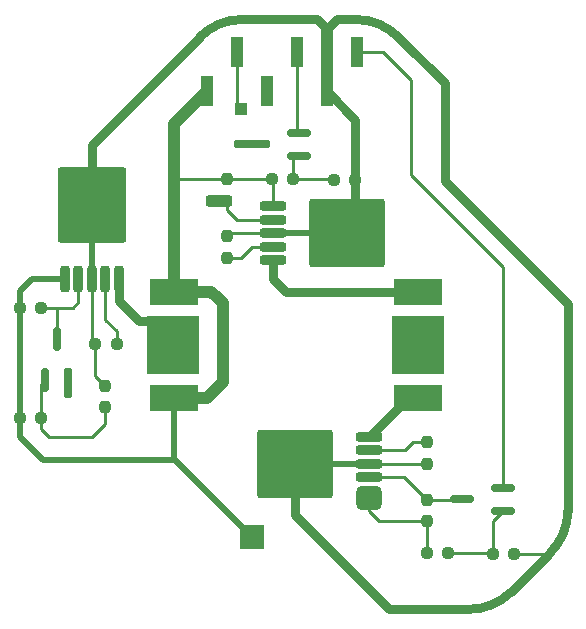
<source format=gbr>
%TF.GenerationSoftware,KiCad,Pcbnew,9.0.2*%
%TF.CreationDate,2025-11-10T02:45:49+09:00*%
%TF.ProjectId,Pmod_PLED,506d6f64-5f50-44c4-9544-2e6b69636164,rev?*%
%TF.SameCoordinates,Original*%
%TF.FileFunction,Copper,L1,Top*%
%TF.FilePolarity,Positive*%
%FSLAX46Y46*%
G04 Gerber Fmt 4.6, Leading zero omitted, Abs format (unit mm)*
G04 Created by KiCad (PCBNEW 9.0.2) date 2025-11-10 02:45:49*
%MOMM*%
%LPD*%
G01*
G04 APERTURE LIST*
G04 Aperture macros list*
%AMRoundRect*
0 Rectangle with rounded corners*
0 $1 Rounding radius*
0 $2 $3 $4 $5 $6 $7 $8 $9 X,Y pos of 4 corners*
0 Add a 4 corners polygon primitive as box body*
4,1,4,$2,$3,$4,$5,$6,$7,$8,$9,$2,$3,0*
0 Add four circle primitives for the rounded corners*
1,1,$1+$1,$2,$3*
1,1,$1+$1,$4,$5*
1,1,$1+$1,$6,$7*
1,1,$1+$1,$8,$9*
0 Add four rect primitives between the rounded corners*
20,1,$1+$1,$2,$3,$4,$5,0*
20,1,$1+$1,$4,$5,$6,$7,0*
20,1,$1+$1,$6,$7,$8,$9,0*
20,1,$1+$1,$8,$9,$2,$3,0*%
%AMFreePoly0*
4,1,5,2.000000,-1.100000,-2.000000,-1.100000,-2.000000,1.100000,2.000000,1.100000,2.000000,-1.100000,2.000000,-1.100000,$1*%
%AMFreePoly1*
4,1,5,2.200000,-2.420000,-2.200000,-2.420000,-2.200000,2.420000,2.200000,2.420000,2.200000,-2.420000,2.200000,-2.420000,$1*%
G04 Aperture macros list end*
%TA.AperFunction,SMDPad,CuDef*%
%ADD10RoundRect,0.200000X0.900000X0.200000X-0.900000X0.200000X-0.900000X-0.200000X0.900000X-0.200000X0*%
%TD*%
%TA.AperFunction,SMDPad,CuDef*%
%ADD11RoundRect,0.249997X2.950003X2.650003X-2.950003X2.650003X-2.950003X-2.650003X2.950003X-2.650003X0*%
%TD*%
%TA.AperFunction,SMDPad,CuDef*%
%ADD12RoundRect,0.514250X0.585750X0.514250X-0.585750X0.514250X-0.585750X-0.514250X0.585750X-0.514250X0*%
%TD*%
%TA.AperFunction,SMDPad,CuDef*%
%ADD13R,2.000000X2.000000*%
%TD*%
%TA.AperFunction,SMDPad,CuDef*%
%ADD14R,1.000000X2.510000*%
%TD*%
%TA.AperFunction,SMDPad,CuDef*%
%ADD15R,1.008000X2.521000*%
%TD*%
%TA.AperFunction,SMDPad,CuDef*%
%ADD16R,1.016000X2.540000*%
%TD*%
%TA.AperFunction,SMDPad,CuDef*%
%ADD17RoundRect,0.162500X0.162500X-0.837500X0.162500X0.837500X-0.162500X0.837500X-0.162500X-0.837500X0*%
%TD*%
%TA.AperFunction,SMDPad,CuDef*%
%ADD18RoundRect,0.162500X0.162500X-1.133500X0.162500X1.133500X-0.162500X1.133500X-0.162500X-1.133500X0*%
%TD*%
%TA.AperFunction,SMDPad,CuDef*%
%ADD19R,1.000000X1.000000*%
%TD*%
%TA.AperFunction,SMDPad,CuDef*%
%ADD20RoundRect,0.237500X0.250000X0.237500X-0.250000X0.237500X-0.250000X-0.237500X0.250000X-0.237500X0*%
%TD*%
%TA.AperFunction,SMDPad,CuDef*%
%ADD21RoundRect,0.237500X0.237500X-0.250000X0.237500X0.250000X-0.237500X0.250000X-0.237500X-0.250000X0*%
%TD*%
%TA.AperFunction,SMDPad,CuDef*%
%ADD22RoundRect,0.243750X-0.882750X0.243750X-0.882750X-0.243750X0.882750X-0.243750X0.882750X0.243750X0*%
%TD*%
%TA.AperFunction,SMDPad,CuDef*%
%ADD23RoundRect,0.237500X-0.237500X0.250000X-0.237500X-0.250000X0.237500X-0.250000X0.237500X0.250000X0*%
%TD*%
%TA.AperFunction,SMDPad,CuDef*%
%ADD24RoundRect,0.162500X1.387500X0.162500X-1.387500X0.162500X-1.387500X-0.162500X1.387500X-0.162500X0*%
%TD*%
%TA.AperFunction,SMDPad,CuDef*%
%ADD25RoundRect,0.162500X0.837500X0.162500X-0.837500X0.162500X-0.837500X-0.162500X0.837500X-0.162500X0*%
%TD*%
%TA.AperFunction,SMDPad,CuDef*%
%ADD26RoundRect,0.200000X0.200000X-0.900000X0.200000X0.900000X-0.200000X0.900000X-0.200000X-0.900000X0*%
%TD*%
%TA.AperFunction,SMDPad,CuDef*%
%ADD27RoundRect,0.249997X2.650003X-2.950003X2.650003X2.950003X-2.650003X2.950003X-2.650003X-2.950003X0*%
%TD*%
%TA.AperFunction,SMDPad,CuDef*%
%ADD28RoundRect,0.200000X-0.900000X-0.200000X0.900000X-0.200000X0.900000X0.200000X-0.900000X0.200000X0*%
%TD*%
%TA.AperFunction,SMDPad,CuDef*%
%ADD29RoundRect,0.249997X-2.950003X-2.650003X2.950003X-2.650003X2.950003X2.650003X-2.950003X2.650003X0*%
%TD*%
%TA.AperFunction,SMDPad,CuDef*%
%ADD30RoundRect,0.237500X-0.250000X-0.237500X0.250000X-0.237500X0.250000X0.237500X-0.250000X0.237500X0*%
%TD*%
%TA.AperFunction,SMDPad,CuDef*%
%ADD31FreePoly0,180.000000*%
%TD*%
%TA.AperFunction,SMDPad,CuDef*%
%ADD32FreePoly1,180.000000*%
%TD*%
%TA.AperFunction,Conductor*%
%ADD33C,0.800000*%
%TD*%
%TA.AperFunction,Conductor*%
%ADD34C,0.500000*%
%TD*%
%TA.AperFunction,Conductor*%
%ADD35C,0.250000*%
%TD*%
%TA.AperFunction,Conductor*%
%ADD36C,1.000000*%
%TD*%
G04 APERTURE END LIST*
D10*
%TO.P,U3,5,LED*%
%TO.N,/Cathode_B*%
X148092800Y-96957800D03*
%TO.P,U3,4,Rs*%
%TO.N,Net-(U3-Rs)*%
X148092800Y-98097800D03*
D11*
%TO.P,U3,3,GND*%
%TO.N,GND*%
X141792800Y-99237800D03*
D10*
X148092800Y-99237800D03*
%TO.P,U3,2,EN/PWM*%
%TO.N,Net-(Q2-D)*%
X148092800Y-100377800D03*
D12*
%TO.P,U3,1,VDD*%
%TO.N,/5V*%
X148092800Y-102146300D03*
%TD*%
D13*
%TO.P,REF\u002A\u002A,1*%
%TO.N,/5V*%
X138201400Y-105435400D03*
%TD*%
D14*
%TO.P,J2,6,Pin_6*%
%TO.N,/EN_B*%
X147040600Y-64381000D03*
D15*
%TO.P,J2,5,Pin_5*%
%TO.N,GND*%
X144496600Y-67696500D03*
D14*
%TO.P,J2,4,Pin_4*%
%TO.N,/EN_G*%
X141960600Y-64381000D03*
%TO.P,J2,3,Pin_3*%
%TO.N,unconnected-(J2-Pin_3-Pad3)*%
X139420600Y-67691000D03*
D16*
%TO.P,J2,2,Pin_2*%
%TO.N,/EN_R*%
X136880600Y-64385000D03*
D14*
%TO.P,J2,1,Pin_1*%
%TO.N,/5V*%
X134340600Y-67691000D03*
%TD*%
D17*
%TO.P,Q4,1,G*%
%TO.N,Net-(Q4-G)*%
X120690600Y-92134000D03*
D18*
%TO.P,Q4,2,S*%
%TO.N,/EN_R*%
X122590600Y-92430000D03*
D17*
%TO.P,Q4,3,D*%
%TO.N,Net-(Q4-D)*%
X121640600Y-88714000D03*
%TD*%
D19*
%TO.P,REF\u002A\u002A,1*%
%TO.N,/EN_R*%
X137261600Y-69189600D03*
%TD*%
D20*
%TO.P,R7,1*%
%TO.N,Net-(Q4-G)*%
X120343300Y-95351600D03*
%TO.P,R7,2*%
%TO.N,/5V*%
X118518300Y-95351600D03*
%TD*%
D21*
%TO.P,R3,2*%
%TO.N,Net-(U3-Rs)*%
X152984200Y-97409000D03*
%TO.P,R3,1*%
%TO.N,GND*%
X152984200Y-99234000D03*
%TD*%
%TO.P,R6,2*%
%TO.N,Net-(Q2-D)*%
X152958800Y-102262300D03*
%TO.P,R6,1*%
%TO.N,/5V*%
X152958800Y-104087300D03*
%TD*%
D22*
%TO.P,R5,2*%
%TO.N,Net-(Q1-D)*%
X135416300Y-76985500D03*
D23*
%TO.P,R5,1*%
%TO.N,/5V*%
X136067800Y-75160500D03*
%TD*%
D24*
%TO.P,Q1,3,D*%
%TO.N,Net-(Q1-D)*%
X138151200Y-72186800D03*
D25*
%TO.P,Q1,2,S*%
%TO.N,/EN_G*%
X142121200Y-71236800D03*
%TO.P,Q1,1,G*%
%TO.N,Net-(Q1-G)*%
X142121200Y-73136800D03*
%TD*%
D26*
%TO.P,U1,5,LED*%
%TO.N,/Cathode_R*%
X126892400Y-83616800D03*
%TO.P,U1,4,Rs*%
%TO.N,Net-(U1-Rs)*%
X125752400Y-83616800D03*
D27*
%TO.P,U1,3,GND*%
%TO.N,GND*%
X124612400Y-77316800D03*
D26*
X124612400Y-83616800D03*
%TO.P,U1,2,EN/PWM*%
%TO.N,Net-(Q4-D)*%
X123472400Y-83616800D03*
%TO.P,U1,1,VDD*%
%TO.N,/5V*%
X122332400Y-83616800D03*
%TD*%
D28*
%TO.P,U2,5,LED*%
%TO.N,/Cathode_G*%
X139951800Y-82011600D03*
%TO.P,U2,4,Rs*%
%TO.N,Net-(U2-Rs)*%
X139951800Y-80871600D03*
D29*
%TO.P,U2,3,GND*%
%TO.N,GND*%
X146251800Y-79731600D03*
D28*
X139951800Y-79731600D03*
%TO.P,U2,2,EN/PWM*%
%TO.N,Net-(Q1-D)*%
X139951800Y-78591600D03*
%TO.P,U2,1,VDD*%
%TO.N,/5V*%
X139951800Y-77451600D03*
%TD*%
D20*
%TO.P,R11,2*%
%TO.N,Net-(Q1-G)*%
X145112100Y-75184000D03*
%TO.P,R11,1*%
%TO.N,GND*%
X146937100Y-75184000D03*
%TD*%
%TO.P,R10,2*%
%TO.N,/5V*%
X139854300Y-75158600D03*
%TO.P,R10,1*%
%TO.N,Net-(Q1-G)*%
X141679300Y-75158600D03*
%TD*%
D23*
%TO.P,R8,2*%
%TO.N,Net-(Q4-G)*%
X125704600Y-94460700D03*
%TO.P,R8,1*%
%TO.N,GND*%
X125704600Y-92635700D03*
%TD*%
D30*
%TO.P,R4,2*%
%TO.N,Net-(Q4-D)*%
X120343300Y-86029800D03*
%TO.P,R4,1*%
%TO.N,/5V*%
X118518300Y-86029800D03*
%TD*%
D20*
%TO.P,R15,1*%
%TO.N,GND*%
X160373700Y-106883200D03*
%TO.P,R15,2*%
%TO.N,Net-(Q2-G)*%
X158548700Y-106883200D03*
%TD*%
D25*
%TO.P,Q2,1,G*%
%TO.N,Net-(Q2-G)*%
X159418600Y-103204500D03*
%TO.P,Q2,2,S*%
%TO.N,/EN_B*%
X159418600Y-101304500D03*
%TO.P,Q2,3,D*%
%TO.N,Net-(Q2-D)*%
X155998600Y-102254500D03*
%TD*%
D23*
%TO.P,R1,1*%
%TO.N,GND*%
X136093200Y-79961100D03*
%TO.P,R1,2*%
%TO.N,Net-(U2-Rs)*%
X136093200Y-81786100D03*
%TD*%
D30*
%TO.P,R2,1*%
%TO.N,GND*%
X124893700Y-89128600D03*
%TO.P,R2,2*%
%TO.N,Net-(U1-Rs)*%
X126718700Y-89128600D03*
%TD*%
D20*
%TO.P,R14,1*%
%TO.N,Net-(Q2-G)*%
X154785700Y-106832400D03*
%TO.P,R14,2*%
%TO.N,/5V*%
X152960700Y-106832400D03*
%TD*%
D31*
%TO.P,D1,1,GK*%
%TO.N,/Cathode_B*%
X152259000Y-93654000D03*
D32*
%TO.P,D1,2,RK*%
%TO.N,/Cathode_R*%
X152259000Y-89154000D03*
D31*
%TO.P,D1,3,BK*%
%TO.N,/Cathode_G*%
X152259000Y-84654000D03*
%TO.P,D1,4,RA*%
%TO.N,/5V*%
X131559000Y-84654000D03*
D32*
%TO.P,D1,5,RK*%
%TO.N,/Cathode_R*%
X131459000Y-89154000D03*
D31*
%TO.P,D1,6,A*%
%TO.N,/5V*%
X131559000Y-93654000D03*
%TD*%
D33*
%TO.N,GND*%
X149809200Y-111556800D02*
X141792800Y-103540400D01*
X156577332Y-111556800D02*
X149809200Y-111556800D01*
X141792800Y-103540400D02*
X141792800Y-99237800D01*
X163271200Y-106934000D02*
X160112866Y-110092334D01*
X160112866Y-110092334D02*
G75*
G02*
X156577332Y-111556823I-3535566J3535534D01*
G01*
D34*
X146939000Y-70138900D02*
X146937100Y-70140800D01*
D33*
X146937100Y-70140800D02*
X146937100Y-75184000D01*
X144496600Y-67696500D02*
X146939000Y-70138900D01*
D35*
%TO.N,/EN_B*%
X151638000Y-74777600D02*
X159418600Y-82558200D01*
X151638000Y-66776600D02*
X151638000Y-74777600D01*
X159418600Y-82558200D02*
X159418600Y-101304500D01*
X149242400Y-64381000D02*
X151638000Y-66776600D01*
X147040600Y-64381000D02*
X149242400Y-64381000D01*
D34*
%TO.N,/5V*%
X120497600Y-98958400D02*
X131444400Y-98958400D01*
X131444400Y-98958400D02*
X131559000Y-98843800D01*
X118518300Y-96979100D02*
X120497600Y-98958400D01*
X118518300Y-95351600D02*
X118518300Y-96979100D01*
X138150600Y-105435400D02*
X138201400Y-105435400D01*
X131559000Y-96202800D02*
X131559000Y-98843800D01*
X131559000Y-98843800D02*
X138150600Y-105435400D01*
D35*
%TO.N,GND*%
X160373700Y-106883200D02*
X163220400Y-106883200D01*
X163220400Y-106883200D02*
X163271200Y-106934000D01*
%TO.N,Net-(Q2-G)*%
X158548700Y-104074400D02*
X159418600Y-103204500D01*
X158548700Y-106883200D02*
X158548700Y-104074400D01*
X158497900Y-106832400D02*
X158548700Y-106883200D01*
X154785700Y-106832400D02*
X158497900Y-106832400D01*
D33*
%TO.N,GND*%
X163457734Y-106747466D02*
G75*
G03*
X164922223Y-103211932I-3535534J3535566D01*
G01*
X147001532Y-61620400D02*
G75*
G02*
X150537050Y-63084882I-32J-5000000D01*
G01*
X164922200Y-85699600D02*
X164922200Y-103211932D01*
X154482800Y-75260200D02*
X164922200Y-85699600D01*
X150537066Y-63084866D02*
X154482800Y-67030600D01*
X154482800Y-67030600D02*
X154482800Y-75260200D01*
D34*
X163457734Y-106747466D02*
X163271200Y-106934000D01*
D33*
X145338800Y-61620400D02*
X147001532Y-61620400D01*
X144500600Y-62458600D02*
X145338800Y-61620400D01*
D35*
%TO.N,/5V*%
X148943700Y-104087300D02*
X152958800Y-104087300D01*
X148092800Y-101828800D02*
X148092800Y-103236400D01*
X148092800Y-103236400D02*
X148943700Y-104087300D01*
X152960700Y-104089200D02*
X152958800Y-104087300D01*
X152960700Y-106832400D02*
X152960700Y-104089200D01*
%TO.N,Net-(Q2-D)*%
X155990800Y-102262300D02*
X155998600Y-102254500D01*
X152958800Y-102262300D02*
X155990800Y-102262300D01*
X151074300Y-100377800D02*
X152958800Y-102262300D01*
X148092800Y-100377800D02*
X151074300Y-100377800D01*
D34*
%TO.N,GND*%
X148092800Y-99237800D02*
X141792800Y-99237800D01*
D35*
X152980400Y-99237800D02*
X152984200Y-99234000D01*
X148092800Y-99237800D02*
X152980400Y-99237800D01*
%TO.N,Net-(U3-Rs)*%
X151152400Y-98097800D02*
X151841200Y-97409000D01*
X151841200Y-97409000D02*
X152984200Y-97409000D01*
X148092800Y-98097800D02*
X151152400Y-98097800D01*
D33*
%TO.N,/Cathode_B*%
X151396600Y-93654000D02*
X152259000Y-93654000D01*
X148092800Y-96957800D02*
X151396600Y-93654000D01*
D36*
%TO.N,GND*%
X144500600Y-62458600D02*
X144500600Y-68014000D01*
D33*
X143662400Y-61620400D02*
X144500600Y-62458600D01*
X137326068Y-61620400D02*
X143662400Y-61620400D01*
D36*
%TO.N,/5V*%
X135763000Y-92303600D02*
X134412600Y-93654000D01*
X135280400Y-85191600D02*
X135305800Y-85191600D01*
X135305800Y-85191600D02*
X135763000Y-85648800D01*
X135763000Y-85648800D02*
X135763000Y-92303600D01*
X134742800Y-84654000D02*
X135280400Y-85191600D01*
X134412600Y-93654000D02*
X131559000Y-93654000D01*
X131559000Y-84654000D02*
X134742800Y-84654000D01*
D34*
X131559000Y-96202800D02*
X131559000Y-93654000D01*
D35*
%TO.N,Net-(Q4-G)*%
X120343300Y-96289500D02*
X120343300Y-95351600D01*
X121031000Y-96977200D02*
X120343300Y-96289500D01*
X124612400Y-96977200D02*
X121031000Y-96977200D01*
X125704600Y-95885000D02*
X124612400Y-96977200D01*
X125704600Y-94460700D02*
X125704600Y-95885000D01*
%TO.N,GND*%
X124893700Y-89128600D02*
X124893700Y-91824800D01*
X124893700Y-91824800D02*
X125704600Y-92635700D01*
D34*
X124612400Y-83616800D02*
X124612400Y-77316800D01*
D36*
%TO.N,/5V*%
X131559000Y-70472600D02*
X134340600Y-67691000D01*
X131559000Y-75184000D02*
X131559000Y-70472600D01*
D35*
%TO.N,/EN_G*%
X141960600Y-71076200D02*
X142121200Y-71236800D01*
X141960600Y-64381000D02*
X141960600Y-71076200D01*
%TO.N,/EN_R*%
X136880600Y-68808600D02*
X137261600Y-69189600D01*
X136880600Y-64385000D02*
X136880600Y-68808600D01*
D33*
%TO.N,GND*%
X133790534Y-63084866D02*
X124612400Y-72263000D01*
X124612400Y-72263000D02*
X124612400Y-77316800D01*
X137326068Y-61620400D02*
G75*
G03*
X133790550Y-63084882I32J-5000000D01*
G01*
D35*
%TO.N,Net-(Q4-D)*%
X121640600Y-88714000D02*
X121640600Y-86029800D01*
X121640600Y-86029800D02*
X123012200Y-86029800D01*
X123472400Y-85569600D02*
X123472400Y-83616800D01*
X123012200Y-86029800D02*
X123472400Y-85569600D01*
X120343300Y-86029800D02*
X121640600Y-86029800D01*
%TO.N,Net-(U1-Rs)*%
X126718700Y-88009100D02*
X126718700Y-89128600D01*
X125752400Y-87042800D02*
X126718700Y-88009100D01*
X125752400Y-83616800D02*
X125752400Y-87042800D01*
D34*
%TO.N,/Cathode_R*%
X129452400Y-87147400D02*
X131459000Y-89154000D01*
D33*
X128600200Y-87147400D02*
X129452400Y-87147400D01*
X126892400Y-85439600D02*
X128600200Y-87147400D01*
X126892400Y-83616800D02*
X126892400Y-85439600D01*
D35*
%TO.N,Net-(Q4-G)*%
X120343300Y-92481300D02*
X120690600Y-92134000D01*
X120343300Y-95351600D02*
X120343300Y-92481300D01*
%TO.N,GND*%
X124612400Y-88847300D02*
X124893700Y-89128600D01*
X124612400Y-83616800D02*
X124612400Y-88847300D01*
D34*
%TO.N,/5V*%
X118518300Y-95351600D02*
X118518300Y-86029800D01*
X119532400Y-83616800D02*
X122332400Y-83616800D01*
X118518300Y-84630900D02*
X119532400Y-83616800D01*
X118518300Y-86029800D02*
X118518300Y-84630900D01*
D35*
%TO.N,/EN_G*%
X142121200Y-63453400D02*
X142062200Y-63394400D01*
%TO.N,Net-(Q1-G)*%
X141679300Y-75158600D02*
X141679300Y-73166400D01*
D34*
%TO.N,GND*%
X146937100Y-79046300D02*
X146251800Y-79731600D01*
D33*
X146937100Y-75184000D02*
X146937100Y-79046300D01*
D34*
X139951800Y-79731600D02*
X146251800Y-79731600D01*
D35*
%TO.N,/5V*%
X131582500Y-75160500D02*
X131559000Y-75184000D01*
X136067800Y-75160500D02*
X131582500Y-75160500D01*
D36*
X131559000Y-75184000D02*
X131559000Y-84654000D01*
D35*
%TO.N,Net-(Q1-D)*%
X136015100Y-77038200D02*
X136067800Y-76985500D01*
X136910000Y-78591600D02*
X139951800Y-78591600D01*
X136067800Y-77749400D02*
X136910000Y-78591600D01*
X136067800Y-76985500D02*
X136067800Y-77749400D01*
%TO.N,/5V*%
X139951800Y-77451600D02*
X139951800Y-75256100D01*
X139852400Y-75160500D02*
X139854300Y-75158600D01*
X136067800Y-75160500D02*
X139852400Y-75160500D01*
X139951800Y-75256100D02*
X139854300Y-75158600D01*
%TO.N,Net-(U2-Rs)*%
X137238100Y-81786100D02*
X138152600Y-80871600D01*
X136093200Y-81786100D02*
X137238100Y-81786100D01*
X138152600Y-80871600D02*
X139951800Y-80871600D01*
%TO.N,GND*%
X139951800Y-79731600D02*
X136322700Y-79731600D01*
X136322700Y-79731600D02*
X136093200Y-79961100D01*
D33*
%TO.N,/Cathode_G*%
X139951800Y-82011600D02*
X139951800Y-83563800D01*
X141042000Y-84654000D02*
X152259000Y-84654000D01*
X139951800Y-83563800D02*
X141042000Y-84654000D01*
D35*
%TO.N,Net-(Q1-G)*%
X141679300Y-75158600D02*
X145086700Y-75158600D01*
X145086700Y-75158600D02*
X145112100Y-75184000D01*
%TD*%
M02*

</source>
